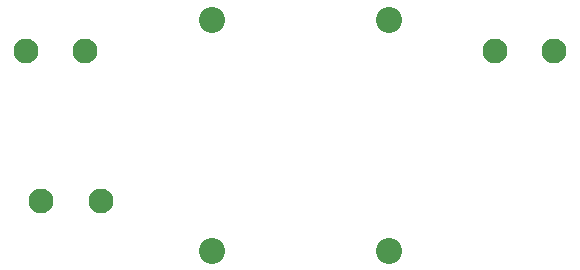
<source format=gts>
G04 Layer: TopSolderMaskLayer*
G04 EasyEDA v6.5.8, 2022-07-18 23:19:08*
G04 1589dfe675ed41be9403e30dc75cfddf,10*
G04 Gerber Generator version 0.2*
G04 Scale: 100 percent, Rotated: No, Reflected: No *
G04 Dimensions in millimeters *
G04 leading zeros omitted , absolute positions ,4 integer and 5 decimal *
%FSLAX45Y45*%
%MOMM*%

%ADD10C,2.1016*%
%ADD11C,2.2032*%

%LPD*%
D10*
G01*
X955039Y-1752600D03*
G01*
X447039Y-1752600D03*
D11*
G01*
X1892300Y-2171700D03*
G01*
X1892300Y-215900D03*
G01*
X3390900Y-215900D03*
G01*
X3390900Y-2171700D03*
D10*
G01*
X4289552Y-480009D03*
G01*
X4790439Y-480009D03*
G01*
X319557Y-480009D03*
G01*
X820445Y-480009D03*
M02*

</source>
